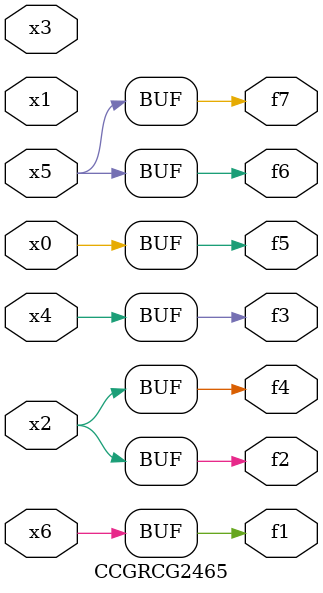
<source format=v>
module CCGRCG2465(
	input x0, x1, x2, x3, x4, x5, x6,
	output f1, f2, f3, f4, f5, f6, f7
);
	assign f1 = x6;
	assign f2 = x2;
	assign f3 = x4;
	assign f4 = x2;
	assign f5 = x0;
	assign f6 = x5;
	assign f7 = x5;
endmodule

</source>
